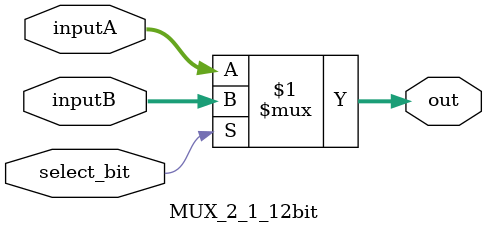
<source format=v>
module CP4_processor_netid(clock, reset, /*ps2_key_pressed, ps2_out, lcd_write, lcd_data,*/ dmem_data_in, dmem_address, dmem_out);
	input clock, reset/*, ps2_key_pressed*/;
	//input 	[7:0]	ps2_out;
	
	//output 			lcd_write;
	//output 	[31:0] 	lcd_data;
	
	// GRADER OUTPUTS - YOU MUST CONNECT TO YOUR DMEM
	output 	[31:0] 	dmem_data_in, dmem_out;
	output	[11:0]	dmem_address;
		
	// your processor here
	//
	
	//////////////////////////////////////
	////// THIS IS REQUIRED FOR GRADING
	// CHANGE THIS TO ASSIGN YOUR DMEM WRITE ADDRESS ALSO TO debug_addr
	assign debug_addr = dmem_address;
	// CHANGE THIS TO ASSIGN YOUR DMEM DATA INPUT (TO BE WRITTEN) ALSO TO debug_data
	assign debug_data = dmem_data_in;
	////////////////////////////////////////////////////////////
		
	wire dmem_we; // TODO: implement this
	wire multdiv_status, just_started;
	wire multdiv_ready;
	wire multdiv_in_use;
	wire enable_latch_writes;
	or multdiv_in_use_or(multdiv_in_use, just_started, multdiv_status);
	or latch_values(enable_latch_writes, ~multdiv_in_use, multdiv_ready);
	// -- Set up registers and latches -- //		
	
	// PC register
	wire PC_we; // TODO: mux this for stall later
	assign PC_we = enable_latch_writes; // TODO: remove this
	wire [31:0] next_PC, curr_PC;
	register_32 PC(clock, next_PC, PC_we, reset, curr_PC);

	// F/D latch
	wire FD_we;
	assign FD_we = enable_latch_writes;
	wire [31:0] FD_F_pc, FD_D_pc,FD_F_ir,FD_D_ir;
	register_32 FD_pc(clock, FD_F_pc, FD_we, reset, FD_D_pc);
	register_32 FD_ir(clock, FD_F_ir, FD_we, reset, FD_D_ir);
	
	// D/X latch
	wire DX_we;
	assign DX_we = enable_latch_writes;
	wire [31:0] DX_D_pc, DX_X_pc,DX_D_readA,DX_X_readA,DX_D_readB,DX_X_readB,DX_D_ir,DX_X_ir,DX_D_rstatus,DX_X_rstatus;
	register_32 DX_pc(clock, DX_D_pc, DX_we, reset, DX_X_pc);
	register_32 DX_readA(clock, DX_D_readA, DX_we, reset, DX_X_readA);
	register_32 DX_readB(clock, DX_D_readB, DX_we, reset, DX_X_readB);
	register_32 DX_rstatus(clock, DX_D_rstatus, DX_we, reset, DX_X_rstatus);
	register_32 DX_ir(clock, DX_D_ir, DX_we, reset, DX_X_ir);

	// X/M latch
	wire XM_we;
	assign XM_we = enable_latch_writes;
	wire XM_X_take_branch, XM_M_take_branch;
	wire [31:0] XM_X_op_result, XM_M_op_result,XM_X_readB,XM_M_readB,XM_X_ir,XM_M_ir,XM_X_pc,XM_M_pc,XM_X_rstatus,XM_M_rstatus;
	register_32 XM_op_result(clock, XM_X_op_result, XM_we, reset, XM_M_op_result);
	register_32 XM_readB(clock, XM_X_readB, XM_we, reset, XM_M_readB);
	register_32 XM_ir(clock, XM_X_ir, XM_we, reset, XM_M_ir);
	register_32 XM_pc(clock, XM_X_pc, XM_we, reset, XM_M_pc);
	register_32 XM_rstatus(clock, XM_X_rstatus, XM_we, reset, XM_M_rstatus);
	dffe XM_take_branch(.d(XM_X_take_branch), .clk(clock), .clrn(1'd1), .prn(1'd1),.ena(XM_we), .q(XM_M_take_branch));
	
	// M/W latch
	wire MW_we;
	assign MW_we = enable_latch_writes;
	wire [31:0] MW_M_op_result,MW_W_op_result,MW_M_data_out,MW_W_data_out,MW_M_ir,MW_W_ir,MW_M_pc_plus_one,MW_W_pc_plus_one;
	register_32 MW_op_result(clock, MW_M_op_result, MW_we, reset, MW_W_op_result);
	register_32 MW_data_out(clock, MW_M_data_out, MW_we, reset, MW_W_data_out);
	register_32 MW_pc_plus_one(clock, MW_M_pc_plus_one, MW_we, reset, MW_W_pc_plus_one);
	register_32 MW_ir(clock, MW_M_ir, MW_we, reset, MW_W_ir);
	
	dmem mydmem(	.address	(dmem_address),
					.clock		(~clock),
					.data		(dmem_data_in),
					.wren		(dmem_we), 
					.q			(MW_M_data_out) // change where output q goes...
	);
	
	assign dmem_out = MW_M_data_out;
	
	// -- parse out all instructions -- //
	
	wire [4:0] F_op, F_rd, F_rs, F_rt, F_shamt, F_aluop;
	wire [16:0] F_immediate;
	wire [26:0] F_target;
	wire F_add,F_addi,F_sub,F_and_op,F_or_op, F_sll, F_sra, F_mul, F_div, F_sw, F_lw, F_j, F_bne, F_jal, F_jr, F_blt, F_bex, F_setx, F_custom_r, F_custom;
	ir_decoder F_decoder(FD_F_ir, F_op, F_rd, F_rs, F_rt, F_shamt, F_aluop, F_immediate, F_target);
	control_decoder F_control(F_op,F_aluop, F_add,F_addi,F_sub,F_and_op,F_or_op, F_sll, F_sra, F_mul, F_div, F_sw, F_lw, F_j, F_bne, F_jal, F_jr, F_blt, F_bex, F_setx, F_custom_r, F_custom);

	wire [4:0] D_op, D_rd, D_rs, D_rt, D_shamt, D_aluop;
	wire [16:0] D_immediate;
	wire [26:0] D_target;
	wire D_add,D_addi,D_sub,D_and,D_or, D_sll, D_sra, D_mul, D_div, D_sw, D_lw, D_j, D_bne, D_jal, D_jr, D_blt, D_bex, D_setx, D_custom_r, D_custom;
	ir_decoder D_decoder(FD_D_ir, D_op, D_rd, D_rs, D_rt, D_shamt, D_aluop, D_immediate, D_target);
	control_decoder D_control(D_op,D_aluop, D_add,D_addi,D_sub,D_and,D_or, D_sll, D_sra, D_mul, D_div, D_sw, D_lw, D_j, D_bne, D_jal, D_jr, D_blt, D_bex, D_setx, D_custom_r, D_custom);
	
	wire [4:0] X_op, X_rd, X_rs, X_rt, X_shamt, X_aluop;
	wire [16:0] X_immediate;
	wire [26:0] X_target;
	wire X_add,X_addi,X_sub,X_and,X_or, X_sll, X_sra, X_mul, X_div, X_sw, X_lw, X_j, X_bne, X_jal, X_jr, X_blt, X_bex, X_setx, X_custom_r, X_custom;
	ir_decoder X_decoder(DX_X_ir, X_op, X_rd, X_rs, X_rt, X_shamt, X_aluop, X_immediate, X_target);
	control_decoder X_control(X_op,X_aluop, X_add,X_addi,X_sub,X_and,X_or, X_sll, X_sra, X_mul, X_div, X_sw, X_lw, X_j, X_bne, X_jal, X_jr, X_blt, X_bex, X_setx, X_custom_r, X_custom);
	
	wire [4:0] M_op, M_rd, M_rs, M_rt, M_shamt, M_aluop;
	wire [16:0] M_immediate;
	wire [26:0] M_target;
	wire M_add,M_addi,M_sub,M_and,M_or, M_sll, M_sra, M_mul, M_div, M_sw, M_lw, M_j, M_bne, M_jal, M_jr, M_blt, M_bex, M_setx, M_custom_r, M_custom;
	ir_decoder M_decoder(XM_M_ir, M_op, M_rd, M_rs, M_rt, M_shamt, M_aluop, M_immediate, M_target);
	control_decoder M_control(M_op,M_aluop, M_add,M_addi,M_sub,M_and,M_or, M_sll, M_sra, M_mul, M_div, M_sw, M_lw, M_j, M_bne, M_jal, M_jr, M_blt, M_bex, M_setx, M_custom_r, M_custom);

	wire [4:0] W_op, W_rd, W_rs, W_rt, W_shamt, W_aluop;
	wire [16:0] W_immediate;
	wire [26:0] W_target;
	wire W_add,W_addi,W_sub,W_and,W_or, W_sll, W_sra, W_mul, W_div, W_sw, W_lw, W_j, W_bne, W_jal, W_jr, W_blt, W_bex, W_setx, W_custom_r, W_custom;
	ir_decoder W_decoder(MW_W_ir, W_op, W_rd, W_rs, W_rt, W_shamt, W_aluop, W_immediate, W_target);
	control_decoder W_control(W_op,W_aluop, W_add,W_addi,W_sub,W_and,W_or, W_sll, W_sra, W_mul, W_div, W_sw, W_lw, W_j, W_bne, W_jal, W_jr, W_blt, W_bex, W_setx, W_custom_r, W_custom);
	
	// FETCH
	
	// -- Fetch new instruction with curr PC --/
	
	// find a way to initialize curr pc to zero if it is not already
	
	// if no bit of the pc is 1, initialize it to 0
	wire [11:0] imem_address;
	wire [31:0] PC_decided_0, PC_decided_1, PC_decided_2;
	wire initialize_pc, at_least_one_1;
	or at_least_one_1_or(at_least_one_1, curr_PC[11], curr_PC[10], curr_PC[9], curr_PC[8], curr_PC[7], curr_PC[6], curr_PC[5], curr_PC[4], curr_PC[3], curr_PC[2], curr_PC[1], curr_PC[0]);
	not initialize_pc_gate(initialize_pc, at_least_one_1);
	MUX_2_1_32bit choose_pc(PC_decided_0, curr_PC, 32'd0, initialize_pc); 
	
		//-- PC = T (aka jump) --//
	wire PC_jump;
	//assign PC_jump = 1'b0;
	wire [31:0] jump_target;
	MUX_2_1_32bit decide_jump(PC_decided_1, PC_decided_0 , jump_target , PC_jump);
	
	//-- PC = PC + N + 1 (aka branch)--//
	wire PC_branch;
	wire [31:0] branch_target;
	//assign PC_branch = 1'b0;
	//wire [31:0] PC_plus_N, SE_M_immediate;
	//adder PC_branch_adder(PC_plus_N, PC_overflow_0, SE_M_immediate, curr_PC); 
	MUX_2_1_32bit decide_branch(PC_decided_2, PC_decided_1, branch_target, PC_branch);
	
	assign imem_address = PC_decided_2[11:0];
	
	wire [31:0] imem_instr;

	imem myimem(	.address 	(imem_address), //
					.clken		(1'b1),
					.clock		(~clock),
					.q			(imem_instr)
	);
	
	// -- Choose next PC --//

	// PC = PC+1
	wire PC_overflow_1;
	adder PC_adder_0(next_PC, PC_overflow_1, 32'b1, PC_decided_2); 
	
	// -- latch everything -- //
	
	assign FD_F_pc = imem_address;
	assign FD_F_ir = imem_instr;
	// TODO: implement stalling here
	// insert nop if needed (if branch)
	//MUX_2_1_32bit noop_0(FD_F_ir, imem_instr, 32'd0, branchPC);
	
	wire branch_or_jump_stall;
	or stall_or(branch_or_jump_stall, PC_branch, PC_jump);
	
	// *****************************************************************************//
	// DECODE

	// -- read data -- //
	
	// choose regReadA and regReadB using opcode
	
	wire [4:0] regReadA, regReadB, regWrite;
	
	assign regReadA = D_rs;
	identify_readRegB identify_D_readRegB(regReadB, D_op , D_rd, D_rt, D_addi);	
	
	wire reg_we, rstatus_we; 
	wire [31:0] regWrite_data, regReadA_data, regReadB_data, next_rstatus_value, curr_rstatus_value;
	regfile my_regfile(~clock, reg_we, reset, regWrite, regReadA, regReadB, regWrite_data, regReadA_data, regReadB_data, rstatus_we, next_rstatus_value, curr_rstatus_value);

	
	// if regWrite == regReadA or regReadB, then set the regReadA_data to be writedata TODO: check if you even need this any more w negatively clocking your reg file (probs can't hurt to keep tho)
	wire writereadA_bypass, writereadB_bypass, writereadA, writereadB;
	comparator_5bit writereadA_comp(less_than4, writereadA, regWrite, regReadA);
	comparator_5bit writereadB_comp(less_than5, writereadB, regWrite, regReadB);
	and writereadA_and(writereadA_bypass,writereadA,reg_we);
	and writereadB_and(writereadB_bypass,writereadB,reg_we);
	
	MUX_2_1_32bit choose_readA_data(DX_D_readA,regReadA_data,regWrite_data,writereadA_bypass);
	MUX_2_1_32bit choose_readB_data(DX_D_readB,regReadB_data,regWrite_data,writereadB_bypass);
	
	// -- latch everything -- //

	// write readA and readB data to DX latch
	assign DX_D_pc = FD_D_pc;
	//assign DX_D_readA = regReadA_data;
	//assign DX_D_readB = regReadB_data;
	assign DX_D_rstatus = curr_rstatus_value;
	// insert nop if needed (if branch)
	MUX_2_1_32bit noop_0(DX_D_ir, FD_D_ir, 32'd0, branch_or_jump_stall);
	
	// *****************************************************************************//
	// EXECUTE

	// decide data_operandA and data_operandB
	wire [31:0] data_operandA, data_operandB;

	// TODO: implement bypassing here later
	
	// if X_readA == M_writeReg && M_we || X_readB == M_writeReg && M_we (aka RAW)  --> data_operandA/B = operation
	wire readAmemWrite, readBmemWrite, Amemequal, Bmemequal;
	wire M_reg_we;
	wire [4:0] M_writeReg, X_readA, X_readB;
	assign X_readA = X_rs;
	identify_readRegB find_X_readReg_B(X_readB, X_op, X_rd, X_rt, X_addi);
	identify_writeReg find_writeReg_0(XM_M_ir, M_writeReg, M_rd, M_reg_we, M_add, M_addi, M_sub, M_and, M_or, M_sll, M_sra, M_mul, M_div, M_lw, M_jal);
   comparator_5bit readAMwrite(less_than0, Amemequal, X_readA, M_writeReg);
   comparator_5bit readBMwrite(less_than1, Bmemequal, X_readB, M_writeReg);
	
	// make sure that you're not just writing to reg0
	wire A_equalto_r0, B_equalto_r0;
	comparator_5bit compare_to_r0_0(A_lessthan_r0, A_equalto_r0, X_readA, 5'd0);
	comparator_5bit compare_to_r0_1(B_lessthan_r0, B_equalto_r0, X_readB, 5'd0);
	
	and and_0(readAmemWrite, Amemequal, M_reg_we, ~A_equalto_r0);
	and and_1(readBmemWrite, Bmemequal, M_reg_we, ~B_equalto_r0);
	
	// if X_readA == W_writeReg && W_we || X_readB == W_writeReg && W_we	(aka load word or RAW) --> data_operandA = data out writeback	
	wire readAwbWrite, readBwbWrite, Awbequal, Bwbequal;
   comparator_5bit readAwbwrite(less_than2, Awbequal, X_readA, regWrite);
   comparator_5bit readBwbrite(less_than3, Bwbequal, X_readB, regWrite);
	and and_2(readAwbWrite, Awbequal, reg_we);
	and and_3(readBwbWrite, Bwbequal, reg_we);
	
	// mux for Mem bypass
	wire [31:0] temp_operandA_0,temp_operandA_1,temp_operandB_0,temp_operandB_1;
	MUX_2_1_32bit raw_0(temp_operandA_0, DX_X_readA, XM_M_op_result, readAmemWrite);
	MUX_2_1_32bit raw_1(temp_operandB_0, DX_X_readB, XM_M_op_result, readBmemWrite);
	
	// mux for WB bypass
	MUX_2_1_32bit lw_0(data_operandA, temp_operandA_0, regWrite_data, readAwbWrite);
	MUX_2_1_32bit lw_1(temp_operandB_1, temp_operandB_0, regWrite_data, readBwbWrite);

	// for the case that readB is not being used in this step but needs to be updated for later (aka sw)
	assign XM_X_readB = temp_operandB_1;
	
	// for data_operandB, if it's an N operation, still use that anyways		
	wire use_immediate;
	or select_imm_or(use_immediate, X_addi, X_lw, X_sw);
	
	// sign extend immediate 
	wire [31:0] SE_X_immediate;
	assign SE_X_immediate[16:0] = X_immediate;
	
	genvar i;
	generate
		for(i=17; i<32; i=i+1) begin: Sign_Extend 
			assign SE_X_immediate[i] = X_immediate[16];
		end
	endgenerate
	
	MUX_2_1_32bit select_data_opB(data_operandB, temp_operandB_1, SE_X_immediate, use_immediate);
	
	wire X_isLessThan, X_isNotEqual, alu_overflow;
	wire [31:0] X_data_result, X_alu_result, X_multdiv_result;
	
	// -- Execute using ALU or MultDiv -- //
	wire [4:0] alu_op,alu_op_0,alu_op_1;
	
	// choose add opcode if addi, sw, lw
	wire use_add;
	or choose_add(use_add, X_addi, X_sw, X_lw);
	MUX_2_1_5bit choose_alu_op_mux_0(alu_op_0, X_aluop, 5'd0, use_add);
	
	// choose sub opcode if bne, blt
	wire bne_or_blt;
	or choose_sub(bne_or_blt, X_bne, X_blt);
	MUX_2_1_5bit choose_alu_op_mux_1(alu_op, alu_op_0, 5'd1, bne_or_blt);

	// operate with ALU
	alu my_alu(data_operandA, data_operandB, alu_op, X_shamt, X_alu_result, X_isNotEqual, X_isLessThan, alu_overflow);
	
	// ctrl_mul and ctrl_div should only be high when it's your first time inputting a new instruction & that insrs is a mult/div 
	wire clrn, prn, we;
	assign clrn = 1'b1;
	assign prn = 1'b1;
	assign we = 1'b1;
	wire next_multdiv_status, toggle_multdiv_status;
	dffe a_dffe(.d(next_multdiv_status), .clk(clock), .clrn(clrn), .prn(prn),.ena(we), .q(multdiv_status));
	//Toggle_FF multdiv_toggle(toggle_multdiv_status, clock, 1'b0, multdiv_status); //set reset as 0
	//do some sort of logic where you initialize the dff maybe??? TODO
	
	// multdiv_status = 0 means available, multdiv_status = 1 means NOT available
	
	// choose whether or not to start a mul or div
	wire start_mul, start_div;
	and mul_start_and(start_mul, X_mul, ~multdiv_status);
	and div_start_and(start_div, X_div, ~multdiv_status);
	
	or mul_or_div_started(just_started, start_mul, start_div);	
	
	// operate with multiplier TODO: confused about this part bc it needs 32 clock cycles...
	wire multdiv_exception, multdiv_ready_probably; // TODO: fill these in 
	multdiv my_multdiv(data_operandA, data_operandB, start_mul, start_div, clock, X_multdiv_result, multdiv_exception, multdiv_ready_probably);
	
	// if just started should set to 1, or if it's 1 should keep it that way unless your multdiv_result was 1
	// 0: if multdiv_result==1&current_status==1 if X_mul==0&&X_div==0&current status= 

	// ensure that multdiv ready isn't just showing high after 32 cycles
	wire mul_or_div;
	or mul_or_div_gate(mul_or_div, X_mul, X_div);	 
	and multdiv_ready_and(multdiv_ready, multdiv_ready_probably, mul_or_div);

	// if the mult div is ready or a new instruction just started, status should be toggled
	or toggle_or(toggle_multdiv_status, multdiv_ready, just_started);
	
	MUX_2_1_1bit toggle_status(next_multdiv_status, multdiv_status,~multdiv_status,toggle_multdiv_status);
	
	// choose whether data result should come from alu or mult
	wire select_multdiv;
	or select_multdiv_or(select_multdiv, X_mul, X_div);
	MUX_2_1_32bit select_multdiv_mux(X_data_result, X_alu_result, X_multdiv_result, select_multdiv);
	
	//-- Check if blt or bne and if the branch was actually taken --//
	wire take_branch, branchPC_c1, branchPC_c2;
	and blt_and_lessthan(branchPC_c1, X_blt, X_isLessThan);
	and bne_and_notequal(branchPC_c2, X_bne, X_isNotEqual);
	or choose_branch_or(take_branch, branchPC_c1, branchPC_c2);
	
	//-- Write to rstatus if anything went wrong --//
	
	// check if something actually did go wrong
	wire add_overflow, addi_overflow, sub_overflow, mul_overflow, div_exception;
	and and_add_o(add_overflow,X_add, alu_overflow);
	and and_addi_o(addi_overflow, X_addi, alu_overflow);
	and and_sub_o(sub_overflow, X_sub, alu_overflow);
	and and_mul_o(mul_overflow, X_mul, multdiv_exception, multdiv_ready);
	and and_div_o(div_exception, X_div, multdiv_exception, multdiv_ready);
	
	or set_rstatus_we(rstatus_we, add_overflow, addi_overflow, sub_overflow, mul_overflow, div_exception, X_setx);
	
	//sign extend Target for x_setx
	wire [31:0] E_X_target;
	assign E_X_target[16:0] = X_target;
	assign E_X_target[31:17] = 15'd0;
	assign XM_X_rstatus = DX_X_rstatus;
	//set what rstatus should actually be
	wire [31:0] rstatus_0, rstatus_1, rstatus_2, rstatus_3, rstatus_4;
	MUX_2_1_32bit choose_rs0(rstatus_0, 32'd15, 32'd1, add_overflow);	// 15 is just for debugging purposes since it should never be hit
	MUX_2_1_32bit choose_rs1(rstatus_1, rstatus_0, 32'd2, addi_overflow);
	MUX_2_1_32bit choose_rs2(rstatus_2, rstatus_1, 32'd3, sub_overflow);
	MUX_2_1_32bit choose_rs3(rstatus_3, rstatus_2, 32'd4, mul_overflow);
	MUX_2_1_32bit choose_rs4(rstatus_4, rstatus_3, 32'd5, div_exception);
	MUX_2_1_32bit choose_rs5(next_rstatus_value, rstatus_4, E_X_target, X_setx);
	
	
	// -- Latch everything -- //
	
	assign XM_X_op_result = X_data_result;
	//assign XM_X_readB = DX_X_readB;
	assign XM_X_pc = DX_X_pc; //TODO input stall stuff here later
	assign XM_X_take_branch = take_branch;
	
	MUX_2_1_32bit noop_1(XM_X_ir, DX_X_ir, 32'd0, branch_or_jump_stall);
	// *****************************************************************************//
	// MEMORYs

	// -- Choose Address w Operation result and Data with readB -- //

	assign dmem_address = XM_M_op_result[11:0];
	assign dmem_data_in = XM_M_readB;
	
	assign dmem_we = M_sw;
	
	// -- Check if you should activate branch or jump --/
	
	// jump (<-- includes bex)
	
	// for bex, compare rstatus output to 0
	wire rstatus_equal_to;
	comparator compare_rstatus(rstatus_less_than, rstatus_equal_to, XM_M_rstatus, 32'd0);
	wire M_bex_taken;
	and take_bex(M_bex_taken, ~rstatus_equal_to, M_bex);
	
	// decide if you should jump
	or calc_jump(PC_jump, M_jal, M_j, M_jr, M_bex_taken);
	
	// calculate target
	wire [31:0] E_M_target;
	assign E_M_target[16:0] = M_target;
	assign E_M_target[31:17] = 15'd0;
	
	MUX_2_1_32bit choose_jump_target(jump_target, E_M_target, XM_M_readB, M_jr); //TODO: check to be sure this is right w the readB stuff
	
	// branch

	// decide if you should jump
	wire branch_instruction;
	wire branch_taken;
	or calc_branch(branch_instruction, M_bne, M_blt); //TODO: figure bex case
	and is_branch(PC_branch, branch_instruction, XM_M_take_branch);
	
	// calculate sign extended immediate 
	wire [31:0] SE_M_immediate;
	assign SE_M_immediate[16:0] = M_immediate;
	
	genvar j;
	generate
		for(i=17; i<32; i=i+1) begin: Sign_Extend_Memory 
			assign SE_M_immediate[i] = M_immediate[16];
		end
	endgenerate
	
	// add to branch's PC + 1 + SE_M_immediate
	wire [31:0] branch_PC_plus_1;
	adder PC_adder_1(branch_PC_plus_1, PC_overflow_2, XM_M_pc, 32'b1); 	
	adder PC_adder_2(branch_target, PC_overflow_3, SE_M_immediate, branch_PC_plus_1); 
	
	// -- Latch everything -- //
	
	assign MW_M_op_result = XM_M_op_result;
	// assign MW_M_data_out already occurs in dmem 	
	assign MW_M_ir = XM_M_ir;
	assign MW_M_pc_plus_one = branch_PC_plus_1;
	
	
	// *****************************************************************************//
	// WRITEBACK
	
	// muxing occurs over in reg file accd to this implementation
	// -- write data -- //
	
	identify_writeReg identify_writeReg_0(MW_W_ir, regWrite, W_rd, reg_we, W_add, W_addi, W_sub, W_and, W_or, W_sll, W_sra, W_mul, W_div, W_lw, W_jal);
	
	// decide what to write: assign with either O (operation result) or D (data) from writeback
	wire [31:0] regWrite_data_interm;
	MUX_2_1_32bit select_write_data_0(regWrite_data_interm, MW_W_op_result, MW_W_data_out, W_lw);
	MUX_2_1_32bit select_write_data_1(regWrite_data, regWrite_data_interm, MW_W_pc_plus_one, W_jal);
	
endmodule

module identify_writeReg(full_instruction, regWrite, rd, reg_we, add, addi, sub, and_op, or_op, sll, sra, mul, div, lw, jal);
	output reg_we;
	output [4:0] regWrite, rd;
	input [31:0] full_instruction;
	input add, addi, sub, and_op, or_op, sll, sra, mul, div, lw, jal;
	
	// decide if you should write
	wire write_instr;
	or select_we_or(write_instr, add, addi, sub, and_op, or_op, sll, sra, mul, div, lw, jal);
	
	// make sure it's not a noop 
	wire less_than, is_noop;
	comparator check_noop(less_than, is_noop, full_instruction, 32'd0);
	
	and reg_we_and(reg_we, write_instr,~is_noop);
	
	// decide where to write	
	MUX_2_1_5bit regWrite_mux(regWrite, rd, 5'd31, jal);
	
endmodule

module identify_readRegB(regReadB, op, rd, rt, addi);

	input [4:0] op, rd, rt;
	input addi;
	output [4:0] regReadB;
	
	wire first_00000;
	and c_00000_and(first_00000, ~op[4],~op[3],~op[2],~op[1],~op[0]); //TODO: minimize later 
	
	wire use_rtA_anrdW;
	or select_regs_or(use_rtA_anrdW, first_00000, addi);
	
	MUX_2_1_5bit regReadB_mux(regReadB, rd, rt, use_rtA_anrdW);
	
endmodule

module control_decoder(op, aluop ,add, addi, sub, and_op,or_op, sll, sra, mul, div, sw, lw, j, bne, jal, jr, blt, bex, setx, custom_r, custom);
	input [4:0] op, aluop;
	output add,addi,sub,and_op,or_op, sll, sra, mul, div, sw, lw, j, bne, jal, jr, blt, bex, setx, custom_r, custom;
	
	and and_0(add, ~op[4], ~op[3], ~op[2], ~op[1], ~op[0], ~aluop[4], ~aluop[3], ~aluop[2], ~aluop[1], ~aluop[0]);
	and and_1(addi, ~op[4], ~op[3], op[2], ~op[1], op[0]);
	and and_2(sub, ~op[4], ~op[3], ~op[2], ~op[1], ~op[0], ~aluop[4], ~aluop[3], ~aluop[2], ~aluop[1], aluop[0]);
	and and_3(and_op, ~op[4], ~op[3], ~op[2], ~op[1], ~op[0], ~aluop[4], ~aluop[3], ~aluop[2], aluop[1], ~aluop[0]);
	and and_4(or_op, ~op[4], ~op[3], ~op[2], ~op[1], ~op[0], ~aluop[4], ~aluop[3], ~aluop[2], aluop[1], aluop[0]);
	and and_5(sll, ~op[4], ~op[3], ~op[2], ~op[1], ~op[0], ~aluop[4], ~aluop[3], aluop[2], ~aluop[1], ~aluop[0]);
	and and_6(sra, ~op[4], ~op[3], ~op[2], ~op[1], ~op[0], ~aluop[4], ~aluop[3], aluop[2], ~aluop[1], aluop[0]);
	and and_7(mul, ~op[4], ~op[3], ~op[2], ~op[1], ~op[0], ~aluop[4], ~aluop[3], aluop[2], aluop[1], ~aluop[0]);
	and and_8(div, ~op[4], ~op[3], ~op[2], ~op[1], ~op[0], ~aluop[4], ~aluop[3], aluop[2], aluop[1], aluop[0]);
	and and_9(sw, ~op[4], ~op[3], op[2], op[1], op[0]);
	and and_10(lw, ~op[4], op[3], ~op[2], ~op[1], ~op[0]);
	and and_11(j, ~op[4], ~op[3], ~op[2], ~op[1], op[0]);
	and and_12(bne, ~op[4], ~op[3], ~op[2], op[1], ~op[0]);
	and and_13(jal, ~op[4], ~op[3], ~op[2], op[1], op[0]);
	and and_14(jr, ~op[4], ~op[3], op[2], ~op[1], ~op[0]);
	and and_15(blt, ~op[4], ~op[3], op[2], op[1], ~op[0]);
	and and_16(bex, op[4], ~op[3], op[2], op[1], ~op[0]);
	and and_17(setx, op[4], ~op[3], op[2], ~op[1], op[0]);
	//and and_0(custom_r, ~op[9], ~op[8], ~op[7], ~op[6], ~op[5]);
	//and and_0(custom, ~op[9], ~op[8], ~op[7], ~op[6], ~op[5]);
endmodule

module ir_decoder(instruction, opcode, rd, rs, rt, shamt, aluop, immediate, target);
	input [31:0] instruction;
	output [4:0] opcode, rd, rs, rt, shamt, aluop;
	output [16:0] immediate;
	output [26:0] target;
	
   assign opcode = instruction[31:27]; // 5 
	assign rd = instruction[26:22];		// 5
	assign rs = instruction[21:17];		// 5
	assign rt = instruction[16:12];		// 5
	assign shamt = instruction[11:7];	// 5
	assign aluop = instruction[6:2];		// 5
	//assign zeroesR = instruction[1:0]; // may or may not actually be used
	assign immediate = instruction[16:0]; // TODO: SE to 32 bits
	assign target = instruction[26:0]; // TODO: SE to 32 bits using upper bits from current PC+1
	//assign zeroesJII = instruction[21:0]; // may or may not actually be used
	
endmodule	

/** REGFILE **/

module regfile(clock, ctrl_writeEnable, ctrl_reset, ctrl_writeReg, ctrl_readRegA, ctrl_readRegB, data_writeReg, data_readRegA, data_readRegB, rstatus_writeEnable, next_rstatus_value, curr_rstatus_value);
 
 input clock, ctrl_writeEnable, ctrl_reset, rstatus_writeEnable;
 input [4:0] ctrl_writeReg, ctrl_readRegA, ctrl_readRegB;
 input [31:0] data_writeReg, next_rstatus_value;
 output [31:0] data_readRegA, data_readRegB, curr_rstatus_value;
 
	wire [31:0] decoded_writeReg,decoded_readRegA, decoded_readRegB;
	wire [31:0] registeroutputdata [31:0];
	
	// decode values 
	DECODER5_32 decoder_write(decoded_writeReg, ctrl_writeReg, ctrl_writeEnable);
	DECODER5_32 decoder_readA(decoded_readRegA, ctrl_readRegA, 1'b1);
	DECODER5_32 decoder_readB(decoded_readRegB, ctrl_readRegB, 1'b1);
	
	genvar i;
	
	// this represents register 0
	assign registeroutputdata[0] = 32'd0;
	
	// choose what data to write to register30
	wire [31:0] data_writeReg_30;
	MUX_2_1_32bit choose_r30(data_writeReg_30, data_writeReg, next_rstatus_value, rstatus_writeEnable);
	
	// say whether or not r30 should be enabled
	wire r30_we;
	MUX_2_1_1bit choose_r30_we(r30_we, decoded_writeReg[30], rstatus_writeEnable, rstatus_writeEnable);
	
	// 31 registers to read and write from
	register_32 register1(clock, data_writeReg, decoded_writeReg[1], ctrl_reset, registeroutputdata[1]);
	register_32 register2(clock, data_writeReg, decoded_writeReg[2], ctrl_reset, registeroutputdata[2]);
	register_32 register3(clock, data_writeReg, decoded_writeReg[3], ctrl_reset, registeroutputdata[3]);
	register_32 register4(clock, data_writeReg, decoded_writeReg[4], ctrl_reset, registeroutputdata[4]);
	register_32 register5(clock, data_writeReg, decoded_writeReg[5], ctrl_reset, registeroutputdata[5]);
	register_32 register6(clock, data_writeReg, decoded_writeReg[6], ctrl_reset, registeroutputdata[6]);
	register_32 register7(clock, data_writeReg, decoded_writeReg[7], ctrl_reset, registeroutputdata[7]);
	register_32 register8(clock, data_writeReg, decoded_writeReg[8], ctrl_reset, registeroutputdata[8]);
	register_32 register9(clock, data_writeReg, decoded_writeReg[9], ctrl_reset, registeroutputdata[9]);
	register_32 register10(clock, data_writeReg, decoded_writeReg[10], ctrl_reset, registeroutputdata[10]);
	register_32 register11(clock, data_writeReg, decoded_writeReg[11], ctrl_reset, registeroutputdata[11]);
	register_32 register12(clock, data_writeReg, decoded_writeReg[12], ctrl_reset, registeroutputdata[12]);
	register_32 register13(clock, data_writeReg, decoded_writeReg[13], ctrl_reset, registeroutputdata[13]);
	register_32 register14(clock, data_writeReg, decoded_writeReg[14], ctrl_reset, registeroutputdata[14]);
	register_32 register15(clock, data_writeReg, decoded_writeReg[15], ctrl_reset, registeroutputdata[15]);
	register_32 register16(clock, data_writeReg, decoded_writeReg[16], ctrl_reset, registeroutputdata[16]);
	register_32 register17(clock, data_writeReg, decoded_writeReg[17], ctrl_reset, registeroutputdata[17]);
	register_32 register18(clock, data_writeReg, decoded_writeReg[18], ctrl_reset, registeroutputdata[18]);
	register_32 register19(clock, data_writeReg, decoded_writeReg[19], ctrl_reset, registeroutputdata[19]);
	register_32 register20(clock, data_writeReg, decoded_writeReg[20], ctrl_reset, registeroutputdata[20]);
	register_32 register21(clock, data_writeReg, decoded_writeReg[21], ctrl_reset, registeroutputdata[21]);
	register_32 register22(clock, data_writeReg, decoded_writeReg[22], ctrl_reset, registeroutputdata[22]);
	register_32 register23(clock, data_writeReg, decoded_writeReg[23], ctrl_reset, registeroutputdata[23]);
	register_32 register24(clock, data_writeReg, decoded_writeReg[24], ctrl_reset, registeroutputdata[24]);
	register_32 register25(clock, data_writeReg, decoded_writeReg[25], ctrl_reset, registeroutputdata[25]);
	register_32 register26(clock, data_writeReg, decoded_writeReg[26], ctrl_reset, registeroutputdata[26]);
	register_32 register27(clock, data_writeReg, decoded_writeReg[27], ctrl_reset, registeroutputdata[27]);
	register_32 register28(clock, data_writeReg, decoded_writeReg[28], ctrl_reset, registeroutputdata[28]);
	register_32 register29(clock, data_writeReg, decoded_writeReg[29], ctrl_reset, registeroutputdata[29]);
	register_32 register30(clock, data_writeReg_30, r30_we, ctrl_reset, registeroutputdata[30]);
	register_32 register31(clock, data_writeReg, decoded_writeReg[31], ctrl_reset, registeroutputdata[31]);
	
	assign curr_rstatus_value = registeroutputdata[30];
	
	// tri states for ReadA
	generate
		for(i=0; i<32; i=i+1) begin: tri_stateA_loop 
			TRISTATE a_tri_stateA(registeroutputdata[i], decoded_readRegA[i], data_readRegA);
		end
	endgenerate
	
	// tri states for ReadB
	generate
		for(i=0; i<32; i=i+1) begin: tri_stateB_loop 
			TRISTATE a_tri_stateB(registeroutputdata[i], decoded_readRegB[i], data_readRegB);
		end
	endgenerate
	
endmodule

module TRISTATE(in, oe, out);
	input [31:0] in; 
	input oe;
	output [31:0] out;
	
	assign out = oe ? in : 32'bz;
	
endmodule	

module register_32(clock, writedata, we, reset, outputdata);
	input [31:0] writedata;
	input clock, we, reset;
	output [31:0] outputdata;
	
	wire preset, clrn, prn;
	assign preset = 0; // preset always off

	assign clrn = ~reset;
	assign prn = ~preset;

	// Generate 32 dffe's
	genvar i;
	generate
		for(i=0; i<32; i=i+1) begin: loop 
			dffe a_dffe(.d(writedata[i]), .clk(clock), .clrn(clrn), .prn(prn),.ena(we), .q(outputdata[i]));
		end
	endgenerate
	
endmodule	

/** ALU **/

module alu(data_operandA, data_operandB, ctrl_ALUopcode,
ctrl_shiftamt, data_result, isNotEqual, isLessThan, overflow);
	input [31:0] data_operandA, data_operandB;
	input [4:0] ctrl_ALUopcode, ctrl_shiftamt;
	output [31:0] data_result;
	output isNotEqual, isLessThan, overflow;
  
	wire [31:0] operation_output [5:0]; // check to be sure you have these in right order
	wire [31:0] decoded_opcode;
	
	// decode your opcode so that you can choose your result with tri states later
	wire enable;
	assign enable = 1;
	DECODER5_32 decoder(decoded_opcode, ctrl_ALUopcode, enable);
	
	// if subtract opcode is valid, invert your B
	wire neg_overflow;
	wire [31:0] flipped_data_operandB, negated_data_operandB, updated_data_operandB, one_32b;
	
	assign one_32b = 32'b1;
	not32 not_gate_32(flipped_data_operandB,data_operandB);
	adder my_neg_adder(negated_data_operandB, neg_overflow, flipped_data_operandB, one_32b); // add 1 to B
	
	MUX_2_1 choose_operandB(updated_data_operandB, data_operandB, negated_data_operandB, decoded_opcode[1]);
	
	// add them, place in the add and subtract outputs
	wire sum_overflow; // <-- Q: do we ever use this?
	
	adder my_adder(operation_output[0],sum_overflow, data_operandA, updated_data_operandB);
	assign operation_output[1] = operation_output[0]; 
	
	// calculate overflow
	wire adder_overflow,notAnotBS,ABnotS,AnotBnotS, notABS, notA,notB,notS,added,subtracted;
	
	not nA(notA, data_operandA[31]);
	not nB(notB, data_operandB[31]);
	not nS(notS, operation_output[0][31]);
	assign subtracted = ctrl_ALUopcode[0];
	not nSub(added, subtracted);
	
	and case1(notAnotBS, notA, notB, operation_output[0][31], added);
	and case2(ABnotS, data_operandA[31], updated_data_operandB[31], notS, added);
	and case3(AnotBnotS, data_operandA[31], notB, notS, subtracted);
	and case4(notABS, notA, data_operandB[31], operation_output[0][31], subtracted);
	
	or overflow_calc(overflow, notAnotBS, ABnotS, AnotBnotS, notABS);
	
	// and
	and32 and_gate_32(operation_output[2], data_operandA, data_operandB);
	// Q: is it okay to hard code values like this?
	
	// or 
	or32 or_gate_32(operation_output[3], data_operandA, data_operandB);
	
	// sll
	n_bit_shifter_left left_shifter(operation_output[4], data_operandA, ctrl_shiftamt);
	
	// sra 
	n_bit_shifter_right right_shifter(operation_output[5], data_operandA, ctrl_shiftamt);
	
	// isnotequal
	or or_equal(isNotEqual, operation_output[1][31],operation_output[1][30],operation_output[1][29],operation_output[1][28],
	operation_output[1][27],operation_output[1][26],operation_output[1][25],operation_output[1][24],operation_output[1][23],
	operation_output[1][22],operation_output[1][21],operation_output[1][20],operation_output[1][19],operation_output[1][18],
	operation_output[1][17],operation_output[1][16],operation_output[1][15],operation_output[1][14],operation_output[1][13],
	operation_output[1][12],operation_output[1][11],operation_output[1][10],operation_output[1][9],operation_output[1][8],
	operation_output[1][7],operation_output[1][6],operation_output[1][5],operation_output[1][4],operation_output[1][3],
	operation_output[1][2],operation_output[1][1],operation_output[1][0]);
	
	// islessthan
	wire AnegBpos, AposBpos, AnegBneg, notOriginalA, notOriginalB, AposBposAsubBneg, AnegBnegAsubBneg;
	
	not not_lt_0(notOriginalB, data_operandB[31]);
	not not_lt_1(notOriginalA, data_operandA[31]);
	
	and and_lt_0(AnegBpos,data_operandA[31],notOriginalB);
	and and_lt_1(AposBpos, notOriginalA, notOriginalB);
	and and_lt_2(AnegBneg, data_operandA[31], data_operandB[31]);
	
	and and_lt_3(AposBposAsubBneg, AposBpos, operation_output[1][31]);
	and and_lt_4(AnegBnegAsubBneg, AnegBneg, operation_output[1][31]);
	
	or or_lt_0(isLessThan,AnegBpos, AposBposAsubBneg,AnegBnegAsubBneg );
	
	
	// tri states to choose operation
	genvar i;
	generate
		for(i=0; i<6; i=i+1) begin: tri_state_loop 
			TRISTATE a_tri_state(operation_output[i], decoded_opcode[i], data_result);
		end
	endgenerate
 
endmodule

// FULL NEGATE
module not32(negated, in);
	input [31:0] in;
	output [31:0] negated;
	
	genvar i;
	generate
		for(i=0; i<32; i=i+1) begin: negate_loop 
			not a_not(negated[i], in[i]);
		end
	endgenerate

endmodule

// FULL OR 
module or32(out, A, B);
	input [31:0] A, B;
	output [31:0] out;
	
	genvar i;
	generate
		for(i=0; i<32; i=i+1) begin: or_loop 
			or a_or(out[i], A[i], B[i]);
		end
	endgenerate

endmodule

// FULL AND 
module and32(out, A, B);
	input [31:0] A, B;
	output [31:0] out;
	
	genvar i;
	generate
		for(i=0; i<32; i=i+1) begin: negate_loop 
			and a_and(out[i], A[i], B[i]);
		end
	endgenerate

endmodule 

// FULL ADDER SECTION
module adder(sum, overflow, data_operandA, data_operandB);
	input [31:0] data_operandA;
	input [31:0] data_operandB;
	output [31:0] sum;
	output overflow;
	
	wire carry0, carry1, carry2;
	wire unneeded_carry0,unneeded_carry1,unneeded_carry2;
	wire default_c;
	
	assign default_c = 0;
	
	ripple_carry_8_bit add0(sum[7:0], unneeded_carry0, data_operandA[7:0], data_operandB[7:0], default_c);
	
	predicted_carry p_carry0(carry0, data_operandA[7:0], data_operandB[7:0], default_c);
	ripple_carry_8_bit add1(sum[15:8], unneeded_carry1, data_operandA[15:8], data_operandB[15:8], carry0);
	
	predicted_carry p_carry1(carry1, data_operandA[15:8], data_operandB[15:8],carry0);
	ripple_carry_8_bit add2(sum[23:16], unneeded_carry2, data_operandA[23:16], data_operandB[23:16], carry1);
	
	predicted_carry p_carry2(carry2, data_operandA[23:16], data_operandB[23:16],carry1);
	ripple_carry_8_bit add3(sum[31:24], overflow, data_operandA[31:24], data_operandB[31:24], carry2);

endmodule

module predicted_carry(c, dataA, dataB, cin);
	
	input [7:0] dataA, dataB;
	input cin;
	output c;
	
	wire G;
	wire [7:0] Gbits;
	wire [7:0] Gcoeffs;
	wire P;
	wire [7:0] Pbits;
		
	// calculate Propagate
	genvar i;
	generate
		for(i=0; i<8; i=i+1) begin: propagate_loop
			or my_or(Pbits[i], dataA[i],dataB[i]);
		end
	endgenerate
	
	and andP(P,Pbits[0],Pbits[1],Pbits[2],Pbits[3],Pbits[4],Pbits[5],Pbits[6],Pbits[7]);
		
	// calculate Generate
	generate
		for(i=0; i<8; i=i+1) begin: generate_loop1
			and my_and(Gbits[i], dataA[i],dataB[i]);
		end
	endgenerate
	
	and and0(Gcoeffs[7], 1'b1, Gbits[7]);
	and and1(Gcoeffs[6], Pbits[7], Gbits[6]);
	and and2(Gcoeffs[5], Pbits[7], Pbits[6], Gbits[5]);
	and and3(Gcoeffs[4], Pbits[7], Pbits[6], Pbits[5], Gbits[4]);
	and and4(Gcoeffs[3], Pbits[7], Pbits[6], Pbits[5], Pbits[4], Gbits[3]);
	and and5(Gcoeffs[2], Pbits[7], Pbits[6], Pbits[5], Pbits[4], Pbits[3], Gbits[2]);
	and and6(Gcoeffs[1], Pbits[7], Pbits[6], Pbits[5], Pbits[4], Pbits[3], Pbits[2], Gbits[1]);
	and and7(Gcoeffs[0], Pbits[7], Pbits[6], Pbits[5], Pbits[4], Pbits[3], Pbits[2], Pbits[1], Gbits[0]);

	or orG(G,Gcoeffs[0],Gcoeffs[1],Gcoeffs[2],Gcoeffs[3],Gcoeffs[4],Gcoeffs[5],Gcoeffs[6],Gcoeffs[7]);

	wire PandC;
	
	and and8(PandC, P, cin);
	or or1(c, G, PandC);

endmodule


module ripple_carry_8_bit(sum, carry, dataA, dataB, carryin);
	input [7:0] dataA, dataB;
	input carryin;
	output [7:0] sum;
	output carry;
	
	wire carry0, carry1, carry2, carry3, carry4, carry5, carry6, carry7;
	
	full_adder full_adder0(sum[0], carry0, dataA[0], dataB[0], carryin);
	full_adder full_adder1(sum[1], carry1, dataA[1], dataB[1], carry0);
	full_adder full_adder2(sum[2], carry2, dataA[2], dataB[2], carry1);
	full_adder full_adder3(sum[3], carry3, dataA[3], dataB[3], carry2);
	full_adder full_adder4(sum[4], carry4, dataA[4], dataB[4], carry3);
	full_adder full_adder5(sum[5], carry5, dataA[5], dataB[5], carry4);
	full_adder full_adder6(sum[6], carry6, dataA[6], dataB[6], carry5);
	full_adder full_adder7(sum[7], carry7, dataA[7], dataB[7], carry6);

	assign carry = carry7;
	
endmodule

module full_adder(sum, carry, dataA, dataB, carryin);
	input dataA, dataB, carryin;
	output sum, carry;
	
	xor my_xor(sum, dataA, dataB, carryin);
	
	wire AandB;
	and and_1(AandB, dataA, dataB);
	
	wire AorB;
	or or_1(AorB, dataA, dataB);
	
	wire AorBandCin;
	and and_2(AorBandCin, AorB, carryin);
	
	or or_2(carry, AandB, AorBandCin);
	
endmodule

// LEFT SHIFT SECTION

module n_bit_shifter_left(shifted_data,data_operandA, ctrl_shiftamt);
	input [31:0] data_operandA;	
	input [4:0] ctrl_shiftamt;

	output [31:0] shifted_data;
	
	wire [31:0] selected_16, selected_8, selected_4, selected_2, selected_1;
	wire [31:0] shifted_16, shifted_8, shifted_4, shifted_2, shifted_1;

	
	shift_16 my_shift_16(shifted_16, data_operandA);	
	MUX_2_1 select16(selected_16, data_operandA, shifted_16, ctrl_shiftamt[4]);
	
	shift_8	my_shift_8(shifted_8, selected_16);
	MUX_2_1 select8(selected_8, selected_16 ,shifted_8, ctrl_shiftamt[3]);

	shift_4	my_shift_4(shifted_4, selected_8);
	MUX_2_1 select4(selected_4, selected_8 ,shifted_4, ctrl_shiftamt[2]);

	shift_2	my_shift_2(shifted_2, selected_4);
	MUX_2_1 select2(selected_2, selected_4 ,shifted_2, ctrl_shiftamt[1]);
	
	shift_1	my_shift_1(shifted_1, selected_2);
	MUX_2_1 select1(selected_1, selected_2 ,shifted_1, ctrl_shiftamt[0]);
	assign shifted_data = selected_1;

	
endmodule

module MUX_2_1(out, inputA, inputB, select_bit); //TEST THIS OUT MAYBE
	input [31:0] inputA, inputB;
	input select_bit;
	output [31:0] out;	
	
	assign out = select_bit ? inputB : inputA ;

endmodule

module shift_16(out, in);
	input [31:0] in;
	output [31:0] out;
	
	parameter n = 16;
	
	genvar i;
	generate
	// do highest index - n times
		for(i=(31-n); i>=0; i=i-1) begin: shift_loop 
			// start at highest index, and assign it to equal highest index - n
			assign out[i+n] = in[i];
		end
	endgenerate
	
	generate
		for(i=0; i<n; i=i+1) begin: fill_zeros_loop 
			assign out[i] = 0;
		end
	endgenerate

endmodule

module shift_8(out, in);
	input [31:0] in;
	output [31:0] out;
	
	parameter n = 8;
	
	genvar i;
	generate
	// do highest index - n times
		for(i=(31-n); i>=0; i=i-1) begin: shift_loop 
			// start at highest index, and assign it to equal highest index - n
			assign out[i+n] = in[i];
		end
	endgenerate
	generate
		for(i=0; i<n; i=i+1) begin: fill_zeros_loop 
			assign out[i] = 0;
		end
	endgenerate

endmodule

module shift_4(out, in);
	input [31:0] in;
	output [31:0] out;
	
	parameter n = 4;
	
	genvar i;
	generate
	// do highest index - n times
		for(i=(31-n); i>=0; i=i-1) begin: shift_loop 
			// start at highest index, and assign it to equal highest index - n
			assign out[i+n] = in[i];
		end
	endgenerate
	
	generate
		for(i=0; i<n; i=i+1) begin: fill_zeros_loop 
			assign out[i] = 0;
		end
	endgenerate
endmodule

module shift_2(out, in);
	input [31:0] in;
	output [31:0] out;
	
	parameter n = 2;
	
	genvar i;
	generate
	// do highest index - n times
		for(i=(31-n); i>=0; i=i-1) begin: shift_loop 
			// start at highest index, and assign it to equal highest index - n
			assign out[i+n] = in[i];
		end
	endgenerate
	
	generate
		for(i=0; i<n; i=i+1) begin: fill_zeros_loop 
			assign out[i] = 0;
		end
	endgenerate
	
endmodule

module shift_1(out, in);
	input [31:0] in;
	output [31:0] out;
	
	parameter n = 1;
	
	genvar i;
	generate
	// do highest index - n times
		for(i=(31-n); i>=0; i=i-1) begin: shift_loop 
			// start at highest index, and assign it to equal highest index - n
			assign out[i+n] = in[i];
		end
	endgenerate
	
	generate
		for(i=0; i<n; i=i+1) begin: fill_zeros_loop 
			assign out[i] = 0;
		end
	endgenerate

endmodule

// RIGHT SHIFT SECTION

module n_bit_shifter_right(shifted_data,data_operandA, ctrl_shiftamt);
	input [31:0] data_operandA;	
	input [4:0] ctrl_shiftamt;

	output [31:0] shifted_data;
	
	wire [31:0] selected_16, selected_8, selected_4, selected_2, selected_1;
	wire [31:0] shifted_16, shifted_8, shifted_4, shifted_2, shifted_1;

	
	shift_16_r my_shift_16(shifted_16, data_operandA);	
	MUX_2_1 select16(selected_16, data_operandA, shifted_16, ctrl_shiftamt[4]);
	
	shift_8_r	my_shift_8(shifted_8, selected_16);
	MUX_2_1 select8(selected_8, selected_16 ,shifted_8, ctrl_shiftamt[3]);

	shift_4_r	my_shift_4(shifted_4, selected_8);
	MUX_2_1 select4(selected_4, selected_8 ,shifted_4, ctrl_shiftamt[2]);
	
	shift_2_r	my_shift_2(shifted_2, selected_4);
	MUX_2_1 select2(selected_2, selected_4 ,shifted_2, ctrl_shiftamt[1]);
	
	shift_1_r	my_shift_1(shifted_1, selected_2);
	MUX_2_1 select1(selected_1, selected_2 ,shifted_1, ctrl_shiftamt[0]);
	
	assign shifted_data = selected_1;

endmodule

module shift_16_r(out, in);
	input [31:0] in;
	output [31:0] out;
	
	parameter n = 16;
	
	genvar i;
	generate
	// do highest index - n times
		for(i=0; i<31-n; i=i+1) begin: shift_loop 
			// start at highest index, and assign it to equal highest index - n
			assign out[i] = in[i+n];
		end
	endgenerate
	
	generate
		for(i=0; i<=n; i=i+1) begin: fill_MSB_loop 
			assign out[31-i] = in[31]; // set everything equal to the MSB
		end
	endgenerate

endmodule

module shift_8_r(out, in);
	input [31:0] in;
	output [31:0] out;
	
	parameter n = 8;
	
	genvar i;
	generate
	// do highest index - n times
		for(i=0; i<31-n; i=i+1) begin: shift_loop 
			// start at highest index, and assign it to equal highest index - n
			assign out[i] = in[i+n];
		end
	endgenerate
	
	generate
		for(i=0; i<=n; i=i+1) begin: fill_MSB_loop 
			assign out[31-i] = in[31]; // set everything equal to the MSB
		end
	endgenerate

endmodule

module shift_4_r(out, in);
	input [31:0] in;
	output [31:0] out;
	
	parameter n = 4;
	
	genvar i;
	generate
	// do highest index - n times
		for(i=0; i<31-n; i=i+1) begin: shift_loop 
			// start at highest index, and assign it to equal highest index - n
			assign out[i] = in[i+n];
		end
	endgenerate
	
	generate
		for(i=0; i<=n; i=i+1) begin: fill_MSB_loop 
			assign out[31-i] = in[31]; // set everything equal to the MSB
		end
	endgenerate
endmodule

module shift_2_r(out, in);
	input [31:0] in;
	output [31:0] out;
	
	parameter n = 2;
	
	genvar i;
	generate
	// do highest index - n times
		for(i=0; i<31-n; i=i+1) begin: shift_loop 
			// start at highest index, and assign it to equal highest index - n
			assign out[i] = in[i+n];
		end
	endgenerate
	
	generate
		for(i=0; i<=n; i=i+1) begin: fill_MSB_loop 
			assign out[31-i] = in[31]; // set everything equal to the MSB
		end
	endgenerate
	
endmodule

module shift_1_r(out, in);
	input [31:0] in;
	output [31:0] out;
	
	parameter n = 1;
	
	genvar i;
	generate
	// do highest index - n times
		for(i=0; i<31-n; i=i+1) begin: shift_loop 
			// start at highest index, and assign it to equal highest index - n
			assign out[i] = in[i+n];
		end
	endgenerate
	
	generate
		for(i=0; i<=n; i=i+1) begin: fill_MSB_loop 
			assign out[31-i] = in[31]; // set everything equal to the MSB
		end
	endgenerate

endmodule

module DECODER5_32(out, select, enable);
	input [4:0] select;  //select = which register you're using
	input enable;
	output [31:0] out;   //out = 32 bits of output, with only one 1
	
	wire [2:0] decoder3_8_select;
	assign decoder3_8_select = select[2:0];
	
	wire enable0, enable1, enable2, enable3;
	
	and and0(enable0,~select[3],~select[4],enable);
	and and1(enable1,select[3],~select[4],enable);
	and and2(enable2,~select[3],select[4],enable);
	and and3(enable3,select[3],select[4],enable);
	
	DECODER3_8 decoder0(out[7:0],decoder3_8_select, enable0);
	DECODER3_8 decoder1(out[15:8],decoder3_8_select, enable1);
	DECODER3_8 decoder2(out[23:16],decoder3_8_select, enable2);
	DECODER3_8 decoder3(out[31:24],decoder3_8_select, enable3);
	
endmodule

module DECODER3_8(out, select, enable);
	input [2:0] select;
	input enable;
	output [7:0] out;
	
	and and0(out[0],~select[0], ~select[1], ~select[2], enable);
	and and1(out[1],select[0], ~select[1], ~select[2], enable);
	and and2(out[2],~select[0], select[1], ~select[2], enable);
	and and3(out[3],select[0], select[1], ~select[2], enable);
	and and4(out[4],~select[0], ~select[1], select[2], enable);
	and and5(out[5],select[0], ~select[1], select[2], enable);
	and and6(out[6],~select[0], select[1], select[2], enable);
	and and7(out[7],select[0], select[1], select[2], enable);

endmodule

/** MULTDIV **/

module multdiv(data_operandA, data_operandB, ctrl_MULT,
ctrl_DIV, clock, data_result, data_exception, data_resultRDY);
	input [31:0] data_operandA, data_operandB;
	input ctrl_MULT, ctrl_DIV, clock;
	output [31:0] data_result;
	output data_exception, data_resultRDY;
	
	wire updated_optype, old_optype, updated_optype_mult;
	
	// 0 represents multiply, 1 represents divide
	wire reset;
	assign reset = 1'b0;
	wire preset;
	assign preset = 1'b0;
	dff store_optype(.d(updated_optype), .clk(clock), .q(old_optype), .clrn(~reset), .prn(~preset));
	
	// set up count
	wire[4:0] count;
	wire ctrl_asserted;
	or or0 (ctrl_asserted, ctrl_MULT, ctrl_DIV);
	counter32 myCounter(clock, ctrl_asserted, count);
	
	// if ctrl_MULT or ctrl_DIV was asserted, set the new_optype in the DFF
	assign updated_optype_mult = ctrl_MULT ? 1'b0 : old_optype ;
	assign updated_optype = ctrl_DIV ? 1'b1 : updated_optype_mult;
	
	// Call multiplier
	wire [31:0] product;
	wire data_exception_MULT, data_resultRDY_MULT;
	Multiplier multiply(data_operandA, data_operandB, ctrl_MULT, clock, product, data_exception_MULT, data_resultRDY_MULT, count);
	
	// Call divider
	wire [31:0] quotient;
	wire data_exception_DIV, data_resultRDY_DIV;
	Divider divide(data_operandA, data_operandB, ctrl_DIV, clock, quotient, data_exception_DIV, data_resultRDY_DIV, count);
	
	// for now just assign 0 to data exceptions	
	assign data_exception = updated_optype ? data_exception_DIV : data_exception_MULT;
	
	// Choose which you want to return (only matters when data_resultRDY)
	MUX_2_1_32bit choose_result(data_result, product, quotient, updated_optype);
	assign data_resultRDY = updated_optype ? data_resultRDY_DIV : data_resultRDY_MULT;

endmodule

module Multiplier(original_multiplicand, original_multiplier, ctrl_MULT, clock, data_result, data_exception, data_resultRDY, count);
	input clock, ctrl_MULT;
	input [4:0] count;
	input [31:0] original_multiplicand, original_multiplier;
	output data_resultRDY, data_exception;
	output [31:0] data_result;
	
	// set multiplicand and multiplier properly
	wire [31:0] multiplicand, multiplier;
	wire [31:0] n_multiplicand, n_multiplier;
	
	// negate multiplicand 
	NEGATER neg1(n_multiplicand, original_multiplicand);
	
	// negate multiplier
	NEGATER neg2(n_multiplier, original_multiplier);
	
	// switch multiplier if it's negative
	MUX_2_1_32bit switch_if_neg1( multiplier, original_multiplier, n_multiplier, original_multiplier[31]);
	
	// switch multiplicand if multiplier is negative
	MUX_2_1_32bit switch_if_neg2( multiplicand, original_multiplicand, n_multiplicand, original_multiplier[31]);
	
	// set whether or not assert ready has been called in this cycle
	wire RDY_called, RDY_called_prev;
	wire preset;
	assign preset = 1'b0;
	dff store_optype(.d(RDY_called), .clk(clock), .q(RDY_called_prev), .clrn(~ctrl_MULT), .prn(~preset));

	
	// set initial value
	wire [63:0] initial_value;
	assign initial_value[63:32] = 32'b0;
	assign initial_value[31:0] = multiplier;
	
	// get prev value from reg
	wire [63:0] reg_writedata;
	wire [63:0] reg_outputdata;	
	REGISTER_64 myReg(clock, reg_writedata, 1'b1, 1'b0 , reg_outputdata);
	
	// get updated MSB 32 bits by summing multicplicand with current 32 bits
	wire [31:0] sum_with_multiplicand;
	wire count_is_not_zero;
	wire count_is_zero;
	or(count_is_not_zero, count[0], count[1], count[2], count[3], count[4]);
	not(count_is_zero, count_is_not_zero);
	MUX_2_1_32bit sum_mux_32bit(sum_with_multiplicand, reg_outputdata[63:32], initial_value[63:32], count_is_zero);
	
	wire [31:0] sum_32;
	wire overflow;
	adder adder_sum32(sum_32, overflow, sum_with_multiplicand, multiplicand);
	
	// choose which product you want to add the new sum to
	wire [63:0] last_full_product;
	MUX_2_1_64bit sum_mux_64bit(last_full_product, reg_outputdata, initial_value, count_is_zero);
	
	// attain full sum finally
	wire [63:0] sum_64;
	assign sum_64[63:32] = sum_32[31:0];
	assign sum_64[31:0] = last_full_product[31:0];
	
	// if LSB of last full product was 1, then choose the summed versus previous output to shift 
	wire LSB;
	assign LSB = last_full_product[0];
	
	wire [63:0] selected_to_shift;
	MUX_2_1_64bit select_to_shift(selected_to_shift, last_full_product, sum_64, LSB);
	
	// shift the final version to the right by 1
	wire [63:0] shifted;
	//assign shifted = selected_to_shift >>> 1; 
	assign shifted[62:0] = selected_to_shift[63:1];
	assign shifted[63] = selected_to_shift[63];
	
	//assign the shifted output to the writedata of your register	
	assign reg_writedata = shifted;
		
	// update the data result to the 32 LSB's of output
	assign data_result = shifted[31:0];
	
	// update the resultRDY bit if applicable
	wire count_is_32, RDY_not_yet_called, set_result_RDY;
	and(count_is_32, count[0], count[1], count[2], count[3], count[4]);
	not(RDY_not_yet_called, RDY_called_prev);
	and set_result_RDY_and(set_result_RDY, RDY_not_yet_called, count_is_32);
	assign data_resultRDY = set_result_RDY ? 1'b1 : 1'b0;
	assign RDY_called = RDY_called_prev ? 1'b1 : set_result_RDY;
	
	// do exception handling
	
	// and on first 33 bits
	wire all_one;
	andbits33 and33_1(all_one, reg_writedata[63:31]);
	
	wire all_zero;
	wire [32:0] flipped_33;
	not33 not33gate(flipped_33, reg_writedata[63:31]);
	andbits33 and33_2(all_zero, flipped_33);

	// and on first 33 bits flipped
	wire no_data_exception;
	or either_one_or_zero(no_data_exception, all_one, all_zero);
	not not_gate(data_exception, no_data_exception);
	
endmodule

module NEGATER(outputdata, inputdata);
	input [31:0] inputdata;
	output [31:0] outputdata;

	wire [31:0] n_inputdata;
	not32 not_gate(n_inputdata, inputdata);
	
	wire overflow;
	adder my_adder(outputdata, overflow, n_inputdata, 32'd1);
	
endmodule

module REGISTER_64(clock, writedata, we, reset, outputdata);
	input [63:0] writedata;
	input clock, we, reset;
	output [63:0] outputdata;
		
	wire preset, clrn, prn;
	assign preset = 0; // preset always off
	assign clrn = ~reset;
	assign prn = ~preset;

	// Generate 64 dffe's
	genvar i;
	generate
		for(i=0; i<64; i=i+1) begin: loop 
			dffe a_dffe(.d(writedata[i]), .clk(clock), .clrn(clrn), .prn(prn),.ena(we), .q(outputdata[i]));
		end
	endgenerate
	
endmodule

module Divider(original_dividend, original_divisor, ctrl_DIV, clock, quotient, data_exception, data_resultRDY, count);
	input clock, ctrl_DIV;
	input [4:0] count;
	input [31:0] original_dividend, original_divisor;
	output data_resultRDY, data_exception;
	output [31:0] quotient;
	
	// set up registers
	wire [31:0] reg_writedata_RQB, reg_outputdata_RQB;
	wire [31:0] reg_writedata_quotient, reg_outputdata_quotient;
	
	// register you will write the new RQB from and read the old RQB from
	REGISTER_32 myReg_RQB(clock, reg_writedata_RQB, 1'b1, 1'b0 , reg_outputdata_RQB);
	REGISTER_32 myReg_quotient(clock, reg_writedata_quotient, 1'b1, 1'b0 , reg_outputdata_quotient);
	
	// change sign if needed
	wire [31:0] reverse_sign_dividend, reverse_sign_divisor;
	NEGATER negate_dividend(reverse_sign_dividend, original_dividend);
	NEGATER negate_divisor(reverse_sign_divisor, original_divisor);
	
	wire [31:0] dividend, divisor;
	MUX_2_1_32bit choose_dividend(dividend, original_dividend, reverse_sign_dividend, original_dividend[31]);
	MUX_2_1_32bit choose_divisor(divisor, original_divisor, reverse_sign_divisor, original_divisor[31]);
	
	// look for exception right away
	wire divisor_zero;
	is_zero div_zero(divisor_zero, divisor);
	assign data_exception = divisor_zero ? 1'b1 : 1'b0;
	
	// set whether or not assert ready has been called in this cycle
	wire RDY_called, RDY_called_prev;
	wire preset;
	assign preset = 1'b0;
	dff store_optype(.d(RDY_called), .clk(clock), .q(RDY_called_prev), .clrn(~ctrl_DIV), .prn(~preset));
	
	// keep count to determine how much to shift / subtract by, etc
	wire [31:0] SE_count, SE_n;
	
	assign SE_count[4:0] = count;
	assign SE_count[31:5] = 27'b0; 
	
	wire n_overflow;
	
	subtracter n_calc(SE_n, n_overflow, 32'd31, SE_count);

	wire [4:0] n;
	assign n = SE_n[4:0];
	
	wire [31:0] RQB;
	wire [31:0] prev_quotient;

	// if it's the first iteration (n=31), set RQB to be the dividend, otherwise choose reg output (aka prev RQB)
	wire is_first_iteration;
	and first_iteration(is_first_iteration, n[4], n[3], n[2], n[1], n[0]);
	
	MUX_2_1_32bit select_RQB(RQB, reg_outputdata_RQB, dividend, is_first_iteration);
	MUX_2_1_32bit select_quotient(prev_quotient, reg_outputdata_quotient, 32'd0 , is_first_iteration); // set quotient to be zero intially
	
	// shift RQB by n
	
	wire [31:0] shifted_RQB;
	n_bit_shifter_right shift_RQB(shifted_RQB, RQB, n);
	
	// compare divisor w/ shifted RQB -> if divisor is less than or equal to the shifted RQB, assign 1 to the wire
	wire divisor_LT_or_EQ_to_RQB, unused_comp_overflow;
	wire less_than, equal_to;
	wire [31:0] unused_sub_output;
	comparator compare_div_and_shiftedRQB(less_than, equal_to, divisor, shifted_RQB);
	
	or less_than_or_equal_to(divisor_LT_or_EQ_to_RQB, less_than, equal_to);

	//if divisor_LT_or_EQ_to_RQB == 1, set bit n of quotient to be 1, otherwise set it to be 0, aka add 32'b1 shifted by n to quotient
	
	// shift 32'b1 by n
	wire [31:0] quotient_with_bit_one;
	n_bit_shifter_left shift_one(quotient_with_bit_one, 32'b1, n);
	//assign quotient_with_bit_one = 32'b1 << n;
	
	wire sum_overflow;
	wire [31:0] quotient_with_bit_one_added;
	adder add_to_quotient(quotient_with_bit_one_added, sum_overflow, quotient_with_bit_one, prev_quotient);

	//MUX_2_1_32bit choose_quotient(reg_writedata_quotient, prev_quotient, quotient_with_bit_one_added, divisor_LT_or_EQ_to_RQB);
	
	// make sure you have the correct sign for the quotient
	wire negate_quotient;
	xor xor1(negate_quotient, original_dividend[31], original_divisor[31]);
	wire [31:0] reverse_sign_quotient;
	NEGATER negate_quotient_gate(reverse_sign_quotient, reg_writedata_quotient);
	MUX_2_1_32bit choose_sign(quotient, reg_writedata_quotient, reverse_sign_quotient, negate_quotient);
	
	//if divisor_LT_or_EQ_to_RQB == 1, subtract divisor << n from the RQB
	wire [31:0] shifted_divisor;
	n_bit_shifter_left shift_divisor(shifted_divisor, divisor, n);
	//n_bit_shifter_right shift_divisor(shifted_divisor, divisor, count);
	
	wire sub_shiftedRQB_overflow;
	wire [31:0] RQB_subtracted;
	
	subtracter subtract_shiftedRQB(RQB_subtracted, sub_shiftedRQB_overflow, RQB, shifted_divisor);
	
	MUX_2_1_32bit choose_RQB(reg_writedata_RQB, RQB, RQB_subtracted, divisor_LT_or_EQ_to_RQB);
	
	// just a little experiment
	MUX_2_1_32bit choose_quotient(reg_writedata_quotient, prev_quotient, quotient_with_bit_one_added, divisor_LT_or_EQ_to_RQB);

	// update data_resultRDY
	wire n_is_0, neg_n_is_0, RDY_not_yet_called, set_result_RDY;
	or(neg_n_is_0,n[0], n[1], n[2], n[3], n[4]);
	not(n_is_0, neg_n_is_0);
	not(RDY_not_yet_called, RDY_called_prev);
	and set_result_RDY_and(set_result_RDY, RDY_not_yet_called, n_is_0);
	assign data_resultRDY = set_result_RDY ? 1'b1 : 1'b0;
	assign RDY_called = RDY_called_prev ? 1'b1 : set_result_RDY;
	
endmodule

module is_zero(out, in);
	input [31:0] in;
	output out;
	
	wire not_zero;
	or or_equal(not_zero, in[31],in[30],in[29],in[28],
	in[27],in[26],in[25],in[24],in[23],
	in[22],in[21],in[20],in[19],in[18],
	in[17],in[16],in[15],in[14],in[13],
	in[12],in[11],in[10],in[9],in[8],
	in[7],in[6],in[5],in[4],in[3],
	in[2],in[1],in[0]);
	
	not(out, not_zero);
	
endmodule

module REGISTER_32(clock, writedata, we, reset, outputdata);
	input [31:0] writedata;
	input clock, we, reset;
	output [31:0] outputdata;
		
	wire preset, clrn, prn;
	assign preset = 0; // preset always off
	assign clrn = ~reset;
	assign prn = ~preset;

	// Generate 32 dffe's
	genvar i;
	generate
		for(i=0; i<32; i=i+1) begin: loop 
			dffe a_dffe(.d(writedata[i]), .clk(clock), .clrn(clrn), .prn(prn),.ena(we), .q(outputdata[i]));
		end
	endgenerate
	
endmodule

module counter32(clock, reset, out);
	input clock, reset;
	output [4:0] out;
	
	reg [4:0] next;
	
	wire preset;
	assign preset = 1'b0;
	
	dff dff0(.d(next[0]), .clk(clock), .q(out[0]), .clrn(~reset), .prn(~preset));
	dff dff1(.d(next[1]), .clk(clock), .q(out[1]), .clrn(~reset), .prn(~preset));
	dff dff2(.d(next[2]), .clk(clock), .q(out[2]), .clrn(~reset), .prn(~preset));
	dff dff3(.d(next[3]), .clk(clock), .q(out[3]), .clrn(~reset), .prn(~preset));
	dff dff4(.d(next[4]), .clk(clock), .q(out[4]), .clrn(~reset), .prn(~preset));
	
	always@(*) begin
		casex({reset, out})
			6'b1xxxxx: next = 0;
			6'd0: next = 1;
			6'd1: next = 2;
			6'd2: next = 3;
			6'd3: next = 4;
			6'd4: next = 5;
			6'd5: next = 6;
			6'd6: next = 7;
			6'd7: next = 8;
			6'd8: next = 9;
			6'd9: next = 10;
			6'd10: next = 11;
			6'd11: next = 12;
			6'd12: next = 13;
			6'd13: next = 14;
			6'd14: next = 15;
			6'd15: next = 16;
			6'd16: next = 17;
			6'd17: next = 18;
			6'd18: next = 19;
			6'd19: next = 20;
			6'd20: next = 21;
			6'd21: next = 22;
			6'd22: next = 23;
			6'd23: next = 24;
			6'd24: next = 25;
			6'd25: next = 26;
			6'd26: next = 27;
			6'd27: next = 28;
			6'd28: next = 29;
			6'd29: next = 30;
			6'd30: next = 31;
			6'd31: next = 31;
			default: next = 0;
		endcase
	end
	
endmodule

module MUX_2_1_64bit(out, inputA, inputB, select_bit);
	input [63:0] inputA, inputB;
	input select_bit;
	output [63:0] out;	
	
	assign out = select_bit ? inputB : inputA ;

endmodule

module comparator(less_than, equal_to, data_operandA, data_operandB);
	input [31:0] data_operandA, data_operandB;
	output less_than, equal_to;
	
	// find difference
	wire [31:0] difference;
	wire overflow;
	subtracter sub(difference, overflow, data_operandA, data_operandB);
	
	// equal_to
	wire n_equal_to;
	or or_equal(n_equal_to, difference[31],difference[30],difference[29],difference[28],
	difference[27],difference[26],difference[25],difference[24],difference[23],
	difference[22],difference[21],difference[20],difference[19],difference[18],
	difference[17],difference[16],difference[15],difference[14],difference[13],
	difference[12],difference[11],difference[10],difference[9],difference[8],
	difference[7],difference[6],difference[5],difference[4],difference[3],
	difference[2],difference[1],difference[0]);
	
	not not_eq(equal_to, n_equal_to);
	
	// less than
	wire AnegBpos, AposBpos, AnegBneg, notOriginalA, notOriginalB, AposBposAsubBneg, AnegBnegAsubBneg;
	
	not not_lt_0(notOriginalB, data_operandB[31]);
	not not_lt_1(notOriginalA, data_operandA[31]);
	
	and and_lt_0(AnegBpos,data_operandA[31],notOriginalB);
	and and_lt_1(AposBpos, notOriginalA, notOriginalB);
	and and_lt_2(AnegBneg, data_operandA[31], data_operandB[31]);
	
	and and_lt_3(AposBposAsubBneg, AposBpos, difference[31]);
	and and_lt_4(AnegBnegAsubBneg, AnegBneg, difference[31]);
	
	or or_lt_0(less_than, AnegBpos, AposBposAsubBneg,AnegBnegAsubBneg);
	
endmodule

module comparator_5bit(less_than, equal_to, data_operandA, data_operandB);
	input [4:0] data_operandA, data_operandB;
	output less_than, equal_to;
	
	// extend operand A and B
	wire [31:0] data_operandA_extended, data_operandB_extended;
	assign data_operandA_extended[31:5] = 27'd0;
	assign data_operandA_extended[4:0] = data_operandA;
	assign data_operandB_extended[31:5] = 27'd0;
	assign data_operandB_extended[4:0] = data_operandB;
	
	// find difference
	wire [31:0] difference;
	wire overflow;
	subtracter sub(difference, overflow, data_operandA_extended, data_operandB_extended);
	
	// equal_to
	wire n_equal_to;
	or or_equal(n_equal_to, difference[31],difference[30],difference[29],difference[28],
	difference[27],difference[26],difference[25],difference[24],difference[23],
	difference[22],difference[21],difference[20],difference[19],difference[18],
	difference[17],difference[16],difference[15],difference[14],difference[13],
	difference[12],difference[11],difference[10],difference[9],difference[8],
	difference[7],difference[6],difference[5],difference[4],difference[3],
	difference[2],difference[1],difference[0]);
	
	not not_eq(equal_to, n_equal_to);
	
	// less than
	wire AnegBpos, AposBpos, AnegBneg, notOriginalA, notOriginalB, AposBposAsubBneg, AnegBnegAsubBneg;
	
	not not_lt_0(notOriginalB, data_operandB_extended[31]);
	not not_lt_1(notOriginalA, data_operandA_extended[31]);
	
	and and_lt_0(AnegBpos,data_operandA_extended[31],notOriginalB);
	and and_lt_1(AposBpos, notOriginalA, notOriginalB);
	and and_lt_2(AnegBneg, data_operandA_extended[31], data_operandB_extended[31]);
	
	and and_lt_3(AposBposAsubBneg, AposBpos, difference[31]);
	and and_lt_4(AnegBnegAsubBneg, AnegBneg, difference[31]);
	
	or or_lt_0(less_than, AnegBpos, AposBposAsubBneg,AnegBnegAsubBneg);
	
endmodule

module subtracter(difference, overflow, data_operandA, data_operandB);
	input [31:0] data_operandA, data_operandB;
	output [31:0] difference;
	output overflow;
	
	// negate operandB
	wire [31:0] negated_operandB;
	NEGATER negate(negated_operandB, data_operandB);
	
	// add the two
	adder add(difference, overflow, data_operandA, negated_operandB);
	
endmodule

module andbits33(out, in);
	input [32:0] in;
	output out;
	
	and my_and(out, in[32], in[31], in[30], in[29],
	in[28],in[27],in[26],in[25],in[24],
	in[23],in[22],in[21],in[20],in[19],
	in[18],in[17],in[16],in[15],in[14],
	in[13],in[12],in[11],in[10],in[9],
	in[8],in[7],in[6],in[5],in[4],
	in[3],in[2],in[1],in[0]);
	

endmodule

// FULL NEGATE 33 BITS
module not33(negated, in);
	input [32:0] in;
	output [32:0] negated;
	
	genvar i;
	generate
		for(i=0; i<33; i=i+1) begin: negate_loop 
			not a_not(negated[i], in[i]);
		end
	endgenerate

endmodule

/** MUXES **/

module MUX_2_1_32bit(out, inputA, inputB, select_bit);
	input [31:0] inputA, inputB;
	input select_bit;
	output [31:0] out;	
	
	assign out = select_bit ? inputB : inputA ;

endmodule

module MUX_2_1_5bit(out, inputA, inputB, select_bit);
	input [4:0] inputA, inputB;
	input select_bit;
	output [4:0] out;	
	
	assign out = select_bit ? inputB : inputA ;

endmodule

module MUX_2_1_4bit(out, inputA, inputB, select_bit);
	input [3:0] inputA, inputB;
	input select_bit;
	output [3:0] out;	
	
	assign out = select_bit ? inputB : inputA ;

endmodule

module MUX_2_1_1bit(out, inputA, inputB, select_bit);
	input inputA, inputB;
	input select_bit;
	output out;	
	
	assign out = select_bit ? inputB : inputA ;

endmodule

module MUX_2_1_12bit(out, inputA, inputB, select_bit);
	input [11:0] inputA, inputB;
	input select_bit;
	output [11:0] out;	
	
	assign out = select_bit ? inputB : inputA ;

endmodule
</source>
